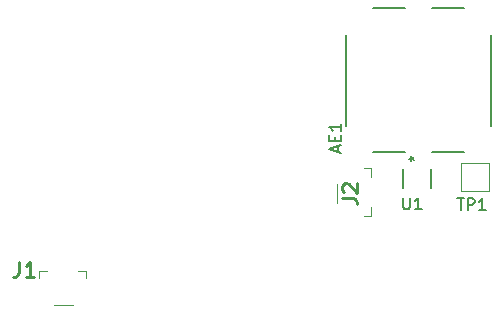
<source format=gbr>
%TF.GenerationSoftware,KiCad,Pcbnew,9.0.0*%
%TF.CreationDate,2025-03-14T13:22:17-04:00*%
%TF.ProjectId,IngestibleCapsule-Antennae,496e6765-7374-4696-926c-654361707375,rev?*%
%TF.SameCoordinates,Original*%
%TF.FileFunction,Legend,Top*%
%TF.FilePolarity,Positive*%
%FSLAX46Y46*%
G04 Gerber Fmt 4.6, Leading zero omitted, Abs format (unit mm)*
G04 Created by KiCad (PCBNEW 9.0.0) date 2025-03-14 13:22:17*
%MOMM*%
%LPD*%
G01*
G04 APERTURE LIST*
%ADD10C,0.150000*%
%ADD11C,0.254000*%
%ADD12C,0.152400*%
%ADD13C,0.120000*%
%ADD14C,0.100000*%
G04 APERTURE END LIST*
D10*
X78838095Y-55254819D02*
X78838095Y-56064342D01*
X78838095Y-56064342D02*
X78885714Y-56159580D01*
X78885714Y-56159580D02*
X78933333Y-56207200D01*
X78933333Y-56207200D02*
X79028571Y-56254819D01*
X79028571Y-56254819D02*
X79219047Y-56254819D01*
X79219047Y-56254819D02*
X79314285Y-56207200D01*
X79314285Y-56207200D02*
X79361904Y-56159580D01*
X79361904Y-56159580D02*
X79409523Y-56064342D01*
X79409523Y-56064342D02*
X79409523Y-55254819D01*
X80409523Y-56254819D02*
X79838095Y-56254819D01*
X80123809Y-56254819D02*
X80123809Y-55254819D01*
X80123809Y-55254819D02*
X80028571Y-55397676D01*
X80028571Y-55397676D02*
X79933333Y-55492914D01*
X79933333Y-55492914D02*
X79838095Y-55540533D01*
X83408095Y-55314819D02*
X83979523Y-55314819D01*
X83693809Y-56314819D02*
X83693809Y-55314819D01*
X84312857Y-56314819D02*
X84312857Y-55314819D01*
X84312857Y-55314819D02*
X84693809Y-55314819D01*
X84693809Y-55314819D02*
X84789047Y-55362438D01*
X84789047Y-55362438D02*
X84836666Y-55410057D01*
X84836666Y-55410057D02*
X84884285Y-55505295D01*
X84884285Y-55505295D02*
X84884285Y-55648152D01*
X84884285Y-55648152D02*
X84836666Y-55743390D01*
X84836666Y-55743390D02*
X84789047Y-55791009D01*
X84789047Y-55791009D02*
X84693809Y-55838628D01*
X84693809Y-55838628D02*
X84312857Y-55838628D01*
X85836666Y-56314819D02*
X85265238Y-56314819D01*
X85550952Y-56314819D02*
X85550952Y-55314819D01*
X85550952Y-55314819D02*
X85455714Y-55457676D01*
X85455714Y-55457676D02*
X85360476Y-55552914D01*
X85360476Y-55552914D02*
X85265238Y-55600533D01*
D11*
X73664318Y-55303332D02*
X74571461Y-55303332D01*
X74571461Y-55303332D02*
X74752889Y-55363809D01*
X74752889Y-55363809D02*
X74873842Y-55484761D01*
X74873842Y-55484761D02*
X74934318Y-55666190D01*
X74934318Y-55666190D02*
X74934318Y-55787142D01*
X73785270Y-54759047D02*
X73724794Y-54698571D01*
X73724794Y-54698571D02*
X73664318Y-54577618D01*
X73664318Y-54577618D02*
X73664318Y-54275237D01*
X73664318Y-54275237D02*
X73724794Y-54154285D01*
X73724794Y-54154285D02*
X73785270Y-54093809D01*
X73785270Y-54093809D02*
X73906222Y-54033332D01*
X73906222Y-54033332D02*
X74027175Y-54033332D01*
X74027175Y-54033332D02*
X74208603Y-54093809D01*
X74208603Y-54093809D02*
X74934318Y-54819523D01*
X74934318Y-54819523D02*
X74934318Y-54033332D01*
D10*
X73299104Y-51346666D02*
X73299104Y-50870476D01*
X73584819Y-51441904D02*
X72584819Y-51108571D01*
X72584819Y-51108571D02*
X73584819Y-50775238D01*
X73061009Y-50441904D02*
X73061009Y-50108571D01*
X73584819Y-49965714D02*
X73584819Y-50441904D01*
X73584819Y-50441904D02*
X72584819Y-50441904D01*
X72584819Y-50441904D02*
X72584819Y-49965714D01*
X73584819Y-49013333D02*
X73584819Y-49584761D01*
X73584819Y-49299047D02*
X72584819Y-49299047D01*
X72584819Y-49299047D02*
X72727676Y-49394285D01*
X72727676Y-49394285D02*
X72822914Y-49489523D01*
X72822914Y-49489523D02*
X72870533Y-49584761D01*
X79354819Y-51939999D02*
X79592914Y-51939999D01*
X79497676Y-52178094D02*
X79592914Y-51939999D01*
X79592914Y-51939999D02*
X79497676Y-51701904D01*
X79783390Y-52082856D02*
X79592914Y-51939999D01*
X79592914Y-51939999D02*
X79783390Y-51797142D01*
D11*
X46326667Y-60664318D02*
X46326667Y-61571461D01*
X46326667Y-61571461D02*
X46266190Y-61752889D01*
X46266190Y-61752889D02*
X46145238Y-61873842D01*
X46145238Y-61873842D02*
X45963809Y-61934318D01*
X45963809Y-61934318D02*
X45842857Y-61934318D01*
X47596667Y-61934318D02*
X46870952Y-61934318D01*
X47233809Y-61934318D02*
X47233809Y-60664318D01*
X47233809Y-60664318D02*
X47112857Y-60845746D01*
X47112857Y-60845746D02*
X46991905Y-60966699D01*
X46991905Y-60966699D02*
X46870952Y-61027175D01*
D12*
%TO.C,U1*%
X78803501Y-52804501D02*
X78803501Y-54455501D01*
X81216501Y-54455501D02*
X81216501Y-52804501D01*
D13*
%TO.C,TP1*%
X83700000Y-52310000D02*
X86100000Y-52310000D01*
X83700000Y-54710000D02*
X83700000Y-52310000D01*
X86100000Y-52310000D02*
X86100000Y-54710000D01*
X86100000Y-54710000D02*
X83700000Y-54710000D01*
D14*
%TO.C,J2*%
X73212000Y-54080000D02*
X73212000Y-55680000D01*
X76112000Y-52780000D02*
X75487000Y-52780000D01*
X76112000Y-53480000D02*
X76112000Y-52780000D01*
X76112000Y-56080000D02*
X76112000Y-56780000D01*
X76112000Y-56780000D02*
X75487000Y-56780000D01*
D12*
%TO.C,AE1*%
X73988600Y-41457796D02*
X73988600Y-49162204D01*
X76264886Y-51431400D02*
X78955114Y-51431400D01*
X78955114Y-39188600D02*
X76264886Y-39188600D01*
X81264886Y-51431400D02*
X83955114Y-51431400D01*
X83955114Y-39188600D02*
X81264886Y-39188600D01*
X86231400Y-49162204D02*
X86231400Y-41457796D01*
D14*
%TO.C,J1*%
X48000000Y-61438000D02*
X48000000Y-62063000D01*
X48700000Y-61438000D02*
X48000000Y-61438000D01*
X49300000Y-64338000D02*
X50900000Y-64338000D01*
X51300000Y-61438000D02*
X52000000Y-61438000D01*
X52000000Y-61438000D02*
X52000000Y-62063000D01*
%TD*%
M02*

</source>
